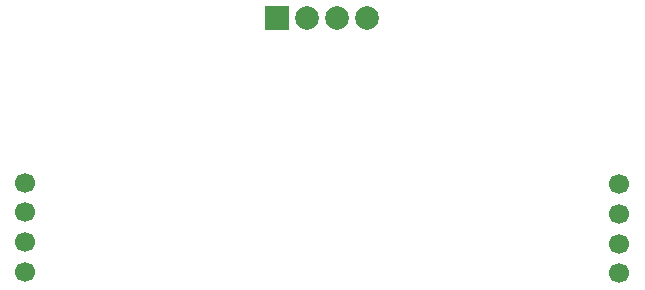
<source format=gtl>
G04 Layer: TopLayer*
G04 EasyEDA v6.5.47, 2024-09-30 16:46:26*
G04 e7e5d466ba494a0aaca811e2ade4a1f3,2802210eb98647e48a656566f44cf116,10*
G04 Gerber Generator version 0.2*
G04 Scale: 100 percent, Rotated: No, Reflected: No *
G04 Dimensions in millimeters *
G04 leading zeros omitted , absolute positions ,4 integer and 5 decimal *
%FSLAX45Y45*%
%MOMM*%

%ADD10C,1.7000*%
%ADD11C,2.0000*%
%ADD12R,2.0000X2.0000*%

%LPD*%
D10*
G01*
X2603500Y2850794D03*
G01*
X2603500Y3100806D03*
G01*
X2603500Y3350793D03*
G01*
X2603500Y3600805D03*
G01*
X7632700Y3588105D03*
G01*
X7632700Y3338093D03*
G01*
X7632700Y3088106D03*
G01*
X7632700Y2838094D03*
D11*
G01*
X4990185Y4993487D03*
G01*
X5244185Y4993487D03*
G01*
X5498160Y4993487D03*
D12*
G01*
X4736084Y4993538D03*
M02*

</source>
